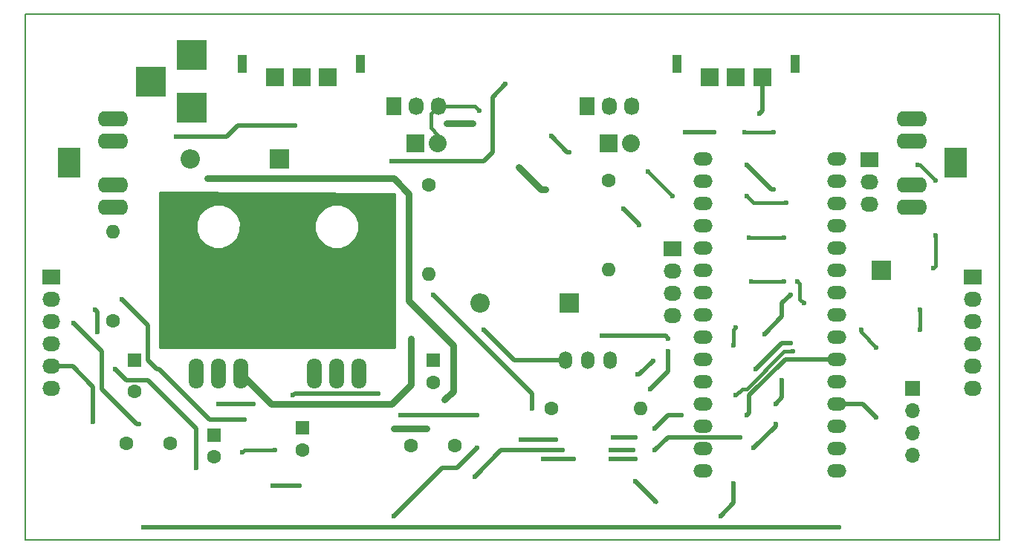
<source format=gbr>
G04 #@! TF.FileFunction,Copper,L1,Top,Signal*
%FSLAX46Y46*%
G04 Gerber Fmt 4.6, Leading zero omitted, Abs format (unit mm)*
G04 Created by KiCad (PCBNEW 4.0.7) date Saturday, 20 '20e' October '20e' 2018 20:32:08*
%MOMM*%
%LPD*%
G01*
G04 APERTURE LIST*
%ADD10C,0.500000*%
%ADD11C,0.150000*%
%ADD12O,1.524000X2.000000*%
%ADD13R,1.600000X1.600000*%
%ADD14C,1.600000*%
%ADD15R,1.000000X2.000000*%
%ADD16R,2.000000X2.000000*%
%ADD17O,2.200000X1.500000*%
%ADD18R,2.200000X2.200000*%
%ADD19O,2.200000X2.200000*%
%ADD20R,3.500120X3.500120*%
%ADD21R,2.235200X2.235200*%
%ADD22R,2.032000X1.727200*%
%ADD23O,2.032000X1.727200*%
%ADD24R,1.727200X2.032000*%
%ADD25O,1.727200X2.032000*%
%ADD26R,2.500000X3.500000*%
%ADD27O,3.500000X1.750000*%
%ADD28O,1.600000X1.600000*%
%ADD29R,2.032000X2.032000*%
%ADD30O,2.032000X2.032000*%
%ADD31O,1.699260X3.500120*%
%ADD32R,1.700000X1.700000*%
%ADD33O,1.700000X1.700000*%
%ADD34C,0.600000*%
%ADD35C,0.400000*%
%ADD36C,0.800000*%
%ADD37C,0.254000*%
G04 APERTURE END LIST*
D10*
D11*
X30600000Y-34600000D02*
X141600000Y-34600000D01*
X141600000Y-34600000D02*
X141600000Y-94600000D01*
X141600000Y-94600000D02*
X30600000Y-94600000D01*
X30600000Y-94600000D02*
X30600000Y-34600000D01*
D12*
X94677000Y-74103000D03*
X97217000Y-74103000D03*
X92137000Y-74103000D03*
D13*
X43100000Y-74100000D03*
D14*
X43100000Y-77600000D03*
D13*
X77100000Y-74100000D03*
D14*
X77100000Y-76600000D03*
D15*
X118350000Y-40300000D03*
X104850000Y-40300000D03*
D16*
X108600000Y-41800000D03*
X111600000Y-41800000D03*
X114600000Y-41800000D03*
D15*
X68850000Y-40300000D03*
X55350000Y-40300000D03*
D16*
X59100000Y-41800000D03*
X62100000Y-41800000D03*
X65100000Y-41800000D03*
D17*
X123100000Y-51100000D03*
X107860000Y-84120000D03*
X123100000Y-53640000D03*
X107860000Y-81580000D03*
X123100000Y-56180000D03*
X107860000Y-79040000D03*
X123100000Y-58720000D03*
X107860000Y-76500000D03*
X123100000Y-61260000D03*
X107860000Y-73960000D03*
X123100000Y-63800000D03*
X107860000Y-71420000D03*
X123100000Y-66340000D03*
X107860000Y-68880000D03*
X123100000Y-68880000D03*
X107860000Y-66340000D03*
X123100000Y-71420000D03*
X107860000Y-63800000D03*
X123100000Y-73960000D03*
X107860000Y-61260000D03*
X123100000Y-76500000D03*
X107860000Y-58720000D03*
X123100000Y-79040000D03*
X107860000Y-56180000D03*
X123100000Y-81580000D03*
X107860000Y-53640000D03*
X123100000Y-84120000D03*
X107860000Y-51100000D03*
X123100000Y-86660000D03*
X107860000Y-86660000D03*
D18*
X59600000Y-51100000D03*
D19*
X49440000Y-51100000D03*
D18*
X92600000Y-67600000D03*
D19*
X82440000Y-67600000D03*
D20*
X49600000Y-45300140D03*
X49600000Y-39300660D03*
X44901000Y-42300400D03*
D21*
X128200000Y-63800000D03*
D22*
X126800000Y-51200000D03*
D23*
X126800000Y-53740000D03*
X126800000Y-56280000D03*
D22*
X104350000Y-61350000D03*
D23*
X104350000Y-63890000D03*
X104350000Y-66430000D03*
X104350000Y-68970000D03*
D24*
X72600000Y-45100000D03*
D25*
X75140000Y-45100000D03*
X77680000Y-45100000D03*
D24*
X94600000Y-45100000D03*
D25*
X97140000Y-45100000D03*
X99680000Y-45100000D03*
D26*
X136596000Y-51600000D03*
D27*
X131590000Y-56600000D03*
X131590000Y-46600000D03*
X131590000Y-54100000D03*
X131590000Y-49100000D03*
D26*
X35604000Y-51600000D03*
D27*
X40610000Y-46600000D03*
X40610000Y-56600000D03*
X40610000Y-49100000D03*
X40610000Y-54100000D03*
D14*
X97100000Y-53600000D03*
D28*
X97100000Y-63760000D03*
D14*
X76600000Y-54100000D03*
D28*
X76600000Y-64260000D03*
D14*
X40600000Y-69600000D03*
D28*
X40600000Y-59440000D03*
D14*
X90600000Y-79600000D03*
D28*
X100760000Y-79600000D03*
D29*
X75100000Y-49350000D03*
D30*
X77640000Y-49350000D03*
D29*
X97100000Y-49350000D03*
D30*
X99640000Y-49350000D03*
D14*
X79600000Y-83800000D03*
X74600000Y-83800000D03*
D13*
X52100000Y-82600000D03*
D14*
X52100000Y-85100000D03*
X47100000Y-83600000D03*
X42100000Y-83600000D03*
D31*
X52600000Y-75600000D03*
X50060000Y-75600000D03*
X55140000Y-75600000D03*
X66100000Y-75600000D03*
X63560000Y-75600000D03*
X68640000Y-75600000D03*
D22*
X33600000Y-64600000D03*
D23*
X33600000Y-67140000D03*
X33600000Y-69680000D03*
X33600000Y-72220000D03*
X33600000Y-74760000D03*
X33600000Y-77300000D03*
D22*
X138600000Y-64600000D03*
D23*
X138600000Y-67140000D03*
X138600000Y-69680000D03*
X138600000Y-72220000D03*
X138600000Y-74760000D03*
X138600000Y-77300000D03*
D13*
X62200000Y-81800000D03*
D14*
X62200000Y-84300000D03*
D32*
X131735600Y-77303400D03*
D33*
X131735600Y-79843400D03*
X131735600Y-82383400D03*
X131735600Y-84923400D03*
D34*
X111600000Y-78100000D03*
X118100000Y-73100000D03*
X59100000Y-84350000D03*
X55350000Y-84600000D03*
X82350000Y-45600000D03*
X117350000Y-56100000D03*
X112850000Y-55350000D03*
X104350000Y-55350000D03*
X101600000Y-52600000D03*
X57100000Y-59100000D03*
X54600000Y-61600000D03*
X57100000Y-61600000D03*
X57100000Y-64100000D03*
X54600000Y-64100000D03*
X54600000Y-66600000D03*
X54600000Y-69100000D03*
X54600000Y-71600000D03*
X57100000Y-71600000D03*
X57100000Y-69100000D03*
X57100000Y-66600000D03*
X59600000Y-66600000D03*
X59600000Y-69100000D03*
X59600000Y-71600000D03*
X62100000Y-71600000D03*
X62100000Y-69100000D03*
X62100000Y-66600000D03*
X62100000Y-64100000D03*
X59600000Y-64100000D03*
X59600000Y-61600000D03*
X59600000Y-59100000D03*
X59600000Y-56600000D03*
X62100000Y-56600000D03*
X62100000Y-59100000D03*
X62100000Y-61600000D03*
X64600000Y-64100000D03*
X64600000Y-66600000D03*
X64600000Y-69100000D03*
X64600000Y-71600000D03*
X72100000Y-71600000D03*
X72100000Y-69100000D03*
X72100000Y-66600000D03*
X72100000Y-64100000D03*
X72100000Y-61600000D03*
X72100000Y-59100000D03*
X72100000Y-56600000D03*
X69600000Y-56600000D03*
X69600000Y-59100000D03*
X69600000Y-61600000D03*
X67100000Y-64100000D03*
X69600000Y-64100000D03*
X69600000Y-66600000D03*
X67100000Y-66600000D03*
X67100000Y-69100000D03*
X69600000Y-69100000D03*
X69600000Y-71600000D03*
X67100000Y-71600000D03*
X57100000Y-56600000D03*
X54600000Y-56600000D03*
X52100000Y-64100000D03*
X52100000Y-66600000D03*
X49600000Y-69100000D03*
X49600000Y-71600000D03*
X47100000Y-71600000D03*
X47100000Y-69100000D03*
X47100000Y-66600000D03*
X49600000Y-66600000D03*
X49600000Y-64100000D03*
X47100000Y-64100000D03*
X47100000Y-61600000D03*
X49600000Y-61600000D03*
X47100000Y-59100000D03*
X49600000Y-59100000D03*
X47100000Y-56600000D03*
X49600000Y-56600000D03*
X82850000Y-70600000D03*
X132600000Y-68350000D03*
X132600000Y-70600000D03*
X96328000Y-71309000D03*
X103871800Y-71588400D03*
X111350000Y-72350000D03*
X111600000Y-70350000D03*
X113350000Y-65100000D03*
X117100000Y-65100000D03*
X118600000Y-65100000D03*
X119350000Y-67600000D03*
X125850000Y-70600000D03*
X127600000Y-72600000D03*
X114250000Y-46000000D03*
X117850000Y-66600000D03*
X114850000Y-71100000D03*
X111350000Y-88100000D03*
X109850000Y-91850000D03*
X55600000Y-80850000D03*
X41600000Y-67100000D03*
X116850000Y-76350000D03*
X116100000Y-79100000D03*
X116100000Y-81350000D03*
X113600000Y-84100000D03*
X100100000Y-85350000D03*
X97350000Y-85350000D03*
X93100000Y-85350000D03*
X89600000Y-85350000D03*
X61850000Y-88350000D03*
X58850000Y-88350000D03*
X50100000Y-86350000D03*
X40850000Y-75100000D03*
X38850000Y-70850000D03*
X38600000Y-68350000D03*
X117850000Y-72100000D03*
X113850000Y-75100000D03*
X112100000Y-82850000D03*
X102350000Y-84350000D03*
X99850000Y-84350000D03*
X97350000Y-84350000D03*
X91850000Y-84350000D03*
X81850000Y-87350000D03*
X43600000Y-81350000D03*
X36100000Y-69850000D03*
X72600000Y-91850000D03*
X82100000Y-84100000D03*
X87100000Y-83100000D03*
X91100000Y-83100000D03*
X97600000Y-82850000D03*
X100100000Y-82850000D03*
X102350000Y-81850000D03*
X105350000Y-80350000D03*
X112850000Y-80350000D03*
X38350000Y-81100000D03*
X113100000Y-60100000D03*
X117100000Y-60100000D03*
X101850000Y-77350000D03*
X103850000Y-73100000D03*
X127600000Y-80600000D03*
X123350000Y-93100000D03*
X44100000Y-93100000D03*
X115850000Y-54600000D03*
X112850000Y-51850000D03*
X109100000Y-48100000D03*
X105850000Y-48100000D03*
X88350000Y-79600000D03*
X77100000Y-66600000D03*
X62200000Y-81800000D03*
X51350000Y-53350000D03*
X78350000Y-78600000D03*
X76350000Y-81850000D03*
X72600000Y-81850000D03*
X134100000Y-63600000D03*
X134350000Y-59850000D03*
X134350000Y-53600000D03*
X132350000Y-51850000D03*
X115850000Y-48100000D03*
X112600000Y-48100000D03*
X102144600Y-74153800D03*
X100417400Y-75728600D03*
X100138000Y-87895200D03*
X102424000Y-90181200D03*
X90536800Y-48550600D03*
X92594200Y-50354000D03*
X98741000Y-56780200D03*
X100519000Y-58685200D03*
X78600000Y-47100000D03*
X81600000Y-47100000D03*
X86850000Y-52100000D03*
X89850000Y-54600000D03*
X74600000Y-71600000D03*
X82100000Y-80350000D03*
X73350000Y-80350000D03*
X70850000Y-77850000D03*
X61100000Y-78100000D03*
X56600000Y-79100000D03*
X52600000Y-79100000D03*
X85350000Y-42600000D03*
X72350000Y-51350000D03*
X61350000Y-47350000D03*
X47850000Y-48600000D03*
D35*
X112350000Y-77350000D02*
X111600000Y-78100000D01*
X112850000Y-77350000D02*
X112350000Y-77350000D01*
X117100000Y-73100000D02*
X112850000Y-77350000D01*
X118100000Y-73100000D02*
X117100000Y-73100000D01*
X55600000Y-84350000D02*
X59100000Y-84350000D01*
X55350000Y-84600000D02*
X55600000Y-84350000D01*
X77640000Y-49350000D02*
X77640000Y-48390000D01*
X77640000Y-48390000D02*
X76850000Y-47600000D01*
X76850000Y-47600000D02*
X76850000Y-45930000D01*
X76850000Y-45930000D02*
X77680000Y-45100000D01*
X77680000Y-45100000D02*
X81850000Y-45100000D01*
X81850000Y-45100000D02*
X82350000Y-45600000D01*
X113600000Y-56100000D02*
X117350000Y-56100000D01*
X112850000Y-55350000D02*
X113600000Y-56100000D01*
X101600000Y-52600000D02*
X104350000Y-55350000D01*
D36*
X57100000Y-61600000D02*
X54600000Y-61600000D01*
X54600000Y-64100000D02*
X57100000Y-64100000D01*
X54600000Y-69100000D02*
X54600000Y-66600000D01*
X57100000Y-71600000D02*
X54600000Y-71600000D01*
X57100000Y-66600000D02*
X57100000Y-69100000D01*
X59600000Y-69100000D02*
X59600000Y-66600000D01*
X62100000Y-71600000D02*
X59600000Y-71600000D01*
X62100000Y-66600000D02*
X62100000Y-69100000D01*
X59600000Y-64100000D02*
X62100000Y-64100000D01*
X59600000Y-59100000D02*
X59600000Y-61600000D01*
X62100000Y-56600000D02*
X59600000Y-56600000D01*
X62100000Y-61600000D02*
X62100000Y-59100000D01*
X64600000Y-66600000D02*
X64600000Y-64100000D01*
X64600000Y-71600000D02*
X64600000Y-69100000D01*
X72100000Y-69100000D02*
X72100000Y-71600000D01*
X72100000Y-64100000D02*
X72100000Y-66600000D01*
X72100000Y-59100000D02*
X72100000Y-61600000D01*
X69600000Y-56600000D02*
X72100000Y-56600000D01*
X69600000Y-61600000D02*
X69600000Y-59100000D01*
X69600000Y-64100000D02*
X67100000Y-64100000D01*
X67100000Y-66600000D02*
X69600000Y-66600000D01*
X69600000Y-69100000D02*
X67100000Y-69100000D01*
X67100000Y-71600000D02*
X69600000Y-71600000D01*
X57100000Y-59100000D02*
X57100000Y-56600000D01*
X54600000Y-56600000D02*
X57100000Y-59100000D01*
X57100000Y-59100000D02*
X52100000Y-64100000D01*
X52100000Y-66600000D02*
X49600000Y-69100000D01*
X49600000Y-71600000D02*
X47100000Y-71600000D01*
X47100000Y-69100000D02*
X47100000Y-66600000D01*
X49600000Y-66600000D02*
X49600000Y-64100000D01*
X47100000Y-64100000D02*
X47100000Y-61600000D01*
X49600000Y-61600000D02*
X47100000Y-59100000D01*
X49600000Y-59100000D02*
X47100000Y-56600000D01*
D10*
X86350000Y-74100000D02*
X92137000Y-74103000D01*
X82850000Y-70600000D02*
X86350000Y-74100000D01*
D35*
X132600000Y-70600000D02*
X132600000Y-68350000D01*
D10*
X103592400Y-71309000D02*
X96328000Y-71309000D01*
X103871800Y-71588400D02*
X103592400Y-71309000D01*
X107860000Y-73960000D02*
X107538800Y-73960000D01*
D35*
X111350000Y-70600000D02*
X111350000Y-72350000D01*
X111600000Y-70350000D02*
X111350000Y-70600000D01*
X117100000Y-65100000D02*
X113350000Y-65100000D01*
X118850000Y-65350000D02*
X118600000Y-65100000D01*
X118850000Y-67100000D02*
X118850000Y-65350000D01*
X119350000Y-67600000D02*
X118850000Y-67100000D01*
X125850000Y-70850000D02*
X125850000Y-70600000D01*
X127600000Y-72600000D02*
X125850000Y-70850000D01*
D10*
X114600000Y-41800000D02*
X114600000Y-45650000D01*
X114600000Y-45650000D02*
X114250000Y-46000000D01*
X116850000Y-67600000D02*
X117850000Y-66600000D01*
X116850000Y-69100000D02*
X116850000Y-67600000D01*
X114850000Y-71100000D02*
X116850000Y-69100000D01*
X111350000Y-90350000D02*
X111350000Y-88100000D01*
X109850000Y-91850000D02*
X111350000Y-90350000D01*
X51600000Y-80850000D02*
X55600000Y-80850000D01*
X45850000Y-75100000D02*
X51600000Y-80850000D01*
X45600000Y-75100000D02*
X45850000Y-75100000D01*
X44600000Y-74100000D02*
X45600000Y-75100000D01*
X44600000Y-70100000D02*
X44600000Y-74100000D01*
X41600000Y-67100000D02*
X44600000Y-70100000D01*
X116850000Y-78350000D02*
X116850000Y-76350000D01*
X116100000Y-79100000D02*
X116850000Y-78350000D01*
X116100000Y-81600000D02*
X116100000Y-81350000D01*
X113600000Y-84100000D02*
X116100000Y-81600000D01*
X97350000Y-85350000D02*
X100100000Y-85350000D01*
X89600000Y-85350000D02*
X93100000Y-85350000D01*
X58850000Y-88350000D02*
X61850000Y-88350000D01*
X50100000Y-81850000D02*
X50100000Y-86350000D01*
X44600000Y-76350000D02*
X50100000Y-81850000D01*
X42100000Y-76350000D02*
X44600000Y-76350000D01*
X40850000Y-75100000D02*
X42100000Y-76350000D01*
X38850000Y-68600000D02*
X38850000Y-70850000D01*
X38600000Y-68350000D02*
X38850000Y-68600000D01*
X116850000Y-72100000D02*
X117850000Y-72100000D01*
X113850000Y-75100000D02*
X116850000Y-72100000D01*
X111850000Y-82850000D02*
X112100000Y-82850000D01*
X103850000Y-82850000D02*
X111850000Y-82850000D01*
X102350000Y-84350000D02*
X103850000Y-82850000D01*
X97350000Y-84350000D02*
X99850000Y-84350000D01*
X84850000Y-84350000D02*
X91850000Y-84350000D01*
X81850000Y-87350000D02*
X84850000Y-84350000D01*
X43350000Y-81350000D02*
X43600000Y-81350000D01*
X39350000Y-77350000D02*
X43350000Y-81350000D01*
X39350000Y-73100000D02*
X39350000Y-77350000D01*
X36100000Y-69850000D02*
X39350000Y-73100000D01*
X72600000Y-91850000D02*
X78100000Y-86350000D01*
X78100000Y-86350000D02*
X79850000Y-86350000D01*
X79850000Y-86350000D02*
X82100000Y-84100000D01*
X87100000Y-83100000D02*
X91100000Y-83100000D01*
X97600000Y-82850000D02*
X100100000Y-82850000D01*
X102350000Y-81850000D02*
X103850000Y-80350000D01*
X103850000Y-80350000D02*
X105350000Y-80350000D01*
X112850000Y-80350000D02*
X113100000Y-80100000D01*
X113100000Y-80100000D02*
X113100000Y-78100000D01*
X113100000Y-78100000D02*
X117240000Y-73960000D01*
X117240000Y-73960000D02*
X123100000Y-73960000D01*
X33600000Y-74760000D02*
X36010000Y-74760000D01*
X38350000Y-77100000D02*
X38350000Y-81100000D01*
X36010000Y-74760000D02*
X38350000Y-77100000D01*
D35*
X117100000Y-60100000D02*
X113100000Y-60100000D01*
D10*
X101850000Y-77350000D02*
X103850000Y-75350000D01*
X103850000Y-75350000D02*
X103850000Y-73100000D01*
X126040000Y-79040000D02*
X123100000Y-79040000D01*
X127600000Y-80600000D02*
X126040000Y-79040000D01*
X44100000Y-93100000D02*
X123350000Y-93100000D01*
X115600000Y-54600000D02*
X115850000Y-54600000D01*
X112850000Y-51850000D02*
X115600000Y-54600000D01*
X105850000Y-48100000D02*
X109100000Y-48100000D01*
X88350000Y-77850000D02*
X88350000Y-79600000D01*
X77100000Y-66600000D02*
X88350000Y-77850000D01*
D36*
X72600000Y-53350000D02*
X51350000Y-53350000D01*
X74350000Y-55100000D02*
X72600000Y-53350000D01*
X74350000Y-67350000D02*
X74350000Y-55100000D01*
X79350000Y-72350000D02*
X74350000Y-67350000D01*
X79350000Y-77600000D02*
X79350000Y-72350000D01*
X78350000Y-78600000D02*
X79350000Y-77600000D01*
X72600000Y-81850000D02*
X76350000Y-81850000D01*
D35*
X134100000Y-63600000D02*
X134350000Y-63350000D01*
X134350000Y-63350000D02*
X134350000Y-59850000D01*
X134350000Y-53600000D02*
X132600000Y-51850000D01*
X132600000Y-51850000D02*
X132350000Y-51850000D01*
X115850000Y-48100000D02*
X112600000Y-48100000D01*
D10*
X102144600Y-74153800D02*
X100569800Y-75728600D01*
X100569800Y-75728600D02*
X100417400Y-75728600D01*
X100138000Y-87895200D02*
X102500200Y-90257400D01*
X102500200Y-90257400D02*
X102424000Y-90181200D01*
X90536800Y-48550600D02*
X92340200Y-50354000D01*
X92340200Y-50354000D02*
X92594200Y-50354000D01*
X98741000Y-56780200D02*
X100519000Y-58558200D01*
X100519000Y-58558200D02*
X100519000Y-58685200D01*
D36*
X78600000Y-47100000D02*
X81600000Y-47100000D01*
X86850000Y-52100000D02*
X89350000Y-54600000D01*
X89350000Y-54600000D02*
X89850000Y-54600000D01*
X58640000Y-79100000D02*
X55140000Y-75600000D01*
X72350000Y-79100000D02*
X58640000Y-79100000D01*
X74600000Y-76850000D02*
X72350000Y-79100000D01*
X74600000Y-71600000D02*
X74600000Y-76850000D01*
D10*
X73350000Y-80350000D02*
X82100000Y-80350000D01*
X61350000Y-77850000D02*
X70850000Y-77850000D01*
X61100000Y-78100000D02*
X61350000Y-77850000D01*
X52600000Y-79100000D02*
X56600000Y-79100000D01*
X85350000Y-42600000D02*
X83850000Y-44100000D01*
X83850000Y-44100000D02*
X83850000Y-50350000D01*
X83850000Y-50350000D02*
X82850000Y-51350000D01*
X82850000Y-51350000D02*
X72350000Y-51350000D01*
X61350000Y-47350000D02*
X54850000Y-47350000D01*
X54850000Y-47350000D02*
X53600000Y-48600000D01*
X53600000Y-48600000D02*
X47850000Y-48600000D01*
D37*
G36*
X72673000Y-55126063D02*
X72673000Y-72673000D01*
X45927000Y-72673000D01*
X45927000Y-59338015D01*
X50064641Y-59338015D01*
X50449746Y-60270041D01*
X51162208Y-60983748D01*
X52093561Y-61370479D01*
X53102015Y-61371359D01*
X54034041Y-60986254D01*
X54747748Y-60273792D01*
X55134479Y-59342439D01*
X55134482Y-59338015D01*
X63564641Y-59338015D01*
X63949746Y-60270041D01*
X64662208Y-60983748D01*
X65593561Y-61370479D01*
X66602015Y-61371359D01*
X67534041Y-60986254D01*
X68247748Y-60273792D01*
X68634479Y-59342439D01*
X68635359Y-58333985D01*
X68250254Y-57401959D01*
X67537792Y-56688252D01*
X66606439Y-56301521D01*
X65597985Y-56300641D01*
X64665959Y-56685746D01*
X63952252Y-57398208D01*
X63565521Y-58329561D01*
X63564641Y-59338015D01*
X55134482Y-59338015D01*
X55135359Y-58333985D01*
X54750254Y-57401959D01*
X54037792Y-56688252D01*
X53106439Y-56301521D01*
X52097985Y-56300641D01*
X51165959Y-56685746D01*
X50452252Y-57398208D01*
X50065521Y-58329561D01*
X50064641Y-59338015D01*
X45927000Y-59338015D01*
X45927000Y-54927945D01*
X72673000Y-55126063D01*
X72673000Y-55126063D01*
G37*
X72673000Y-55126063D02*
X72673000Y-72673000D01*
X45927000Y-72673000D01*
X45927000Y-59338015D01*
X50064641Y-59338015D01*
X50449746Y-60270041D01*
X51162208Y-60983748D01*
X52093561Y-61370479D01*
X53102015Y-61371359D01*
X54034041Y-60986254D01*
X54747748Y-60273792D01*
X55134479Y-59342439D01*
X55134482Y-59338015D01*
X63564641Y-59338015D01*
X63949746Y-60270041D01*
X64662208Y-60983748D01*
X65593561Y-61370479D01*
X66602015Y-61371359D01*
X67534041Y-60986254D01*
X68247748Y-60273792D01*
X68634479Y-59342439D01*
X68635359Y-58333985D01*
X68250254Y-57401959D01*
X67537792Y-56688252D01*
X66606439Y-56301521D01*
X65597985Y-56300641D01*
X64665959Y-56685746D01*
X63952252Y-57398208D01*
X63565521Y-58329561D01*
X63564641Y-59338015D01*
X55134482Y-59338015D01*
X55135359Y-58333985D01*
X54750254Y-57401959D01*
X54037792Y-56688252D01*
X53106439Y-56301521D01*
X52097985Y-56300641D01*
X51165959Y-56685746D01*
X50452252Y-57398208D01*
X50065521Y-58329561D01*
X50064641Y-59338015D01*
X45927000Y-59338015D01*
X45927000Y-54927945D01*
X72673000Y-55126063D01*
M02*

</source>
